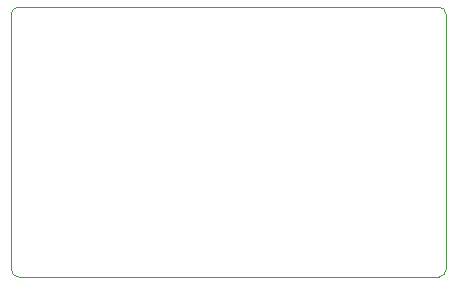
<source format=gbr>
%TF.GenerationSoftware,KiCad,Pcbnew,(5.1.9)-1*%
%TF.CreationDate,2021-03-17T18:45:03-04:00*%
%TF.ProjectId,BackupMixer,4261636b-7570-44d6-9978-65722e6b6963,rev?*%
%TF.SameCoordinates,Original*%
%TF.FileFunction,Profile,NP*%
%FSLAX46Y46*%
G04 Gerber Fmt 4.6, Leading zero omitted, Abs format (unit mm)*
G04 Created by KiCad (PCBNEW (5.1.9)-1) date 2021-03-17 18:45:03*
%MOMM*%
%LPD*%
G01*
G04 APERTURE LIST*
%TA.AperFunction,Profile*%
%ADD10C,0.050000*%
%TD*%
G04 APERTURE END LIST*
D10*
X118110000Y-108585000D02*
X153670000Y-108585000D01*
X117475000Y-86360000D02*
X117475000Y-107950000D01*
X153670000Y-85725000D02*
X118110000Y-85725000D01*
X154305000Y-107950000D02*
X154305000Y-86360000D01*
X154305000Y-107950000D02*
G75*
G02*
X153670000Y-108585000I-635000J0D01*
G01*
X118110000Y-108585000D02*
G75*
G02*
X117475000Y-107950000I0J635000D01*
G01*
X117475000Y-86360000D02*
G75*
G02*
X118110000Y-85725000I635000J0D01*
G01*
X153670000Y-85725000D02*
G75*
G02*
X154305000Y-86360000I0J-635000D01*
G01*
M02*

</source>
